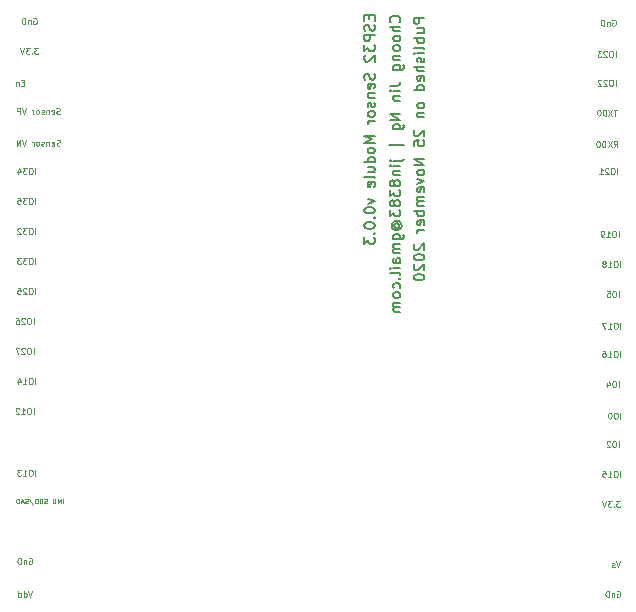
<source format=gbr>
%TF.GenerationSoftware,KiCad,Pcbnew,(5.1.7)-1*%
%TF.CreationDate,2020-11-25T11:18:57-08:00*%
%TF.ProjectId,esp32_sensor,65737033-325f-4736-956e-736f722e6b69,v0.0.3*%
%TF.SameCoordinates,Original*%
%TF.FileFunction,Legend,Bot*%
%TF.FilePolarity,Positive*%
%FSLAX46Y46*%
G04 Gerber Fmt 4.6, Leading zero omitted, Abs format (unit mm)*
G04 Created by KiCad (PCBNEW (5.1.7)-1) date 2020-11-25 11:18:57*
%MOMM*%
%LPD*%
G01*
G04 APERTURE LIST*
%ADD10C,0.140000*%
%ADD11C,0.070000*%
G04 APERTURE END LIST*
D10*
X121184142Y-76022000D02*
X120284142Y-76022000D01*
X120284142Y-76364857D01*
X120327000Y-76450571D01*
X120369857Y-76493428D01*
X120455571Y-76536285D01*
X120584142Y-76536285D01*
X120669857Y-76493428D01*
X120712714Y-76450571D01*
X120755571Y-76364857D01*
X120755571Y-76022000D01*
X120584142Y-77307714D02*
X121184142Y-77307714D01*
X120584142Y-76922000D02*
X121055571Y-76922000D01*
X121141285Y-76964857D01*
X121184142Y-77050571D01*
X121184142Y-77179142D01*
X121141285Y-77264857D01*
X121098428Y-77307714D01*
X121184142Y-77736285D02*
X120284142Y-77736285D01*
X120627000Y-77736285D02*
X120584142Y-77822000D01*
X120584142Y-77993428D01*
X120627000Y-78079142D01*
X120669857Y-78122000D01*
X120755571Y-78164857D01*
X121012714Y-78164857D01*
X121098428Y-78122000D01*
X121141285Y-78079142D01*
X121184142Y-77993428D01*
X121184142Y-77822000D01*
X121141285Y-77736285D01*
X121184142Y-78679142D02*
X121141285Y-78593428D01*
X121055571Y-78550571D01*
X120284142Y-78550571D01*
X121184142Y-79022000D02*
X120584142Y-79022000D01*
X120284142Y-79022000D02*
X120327000Y-78979142D01*
X120369857Y-79022000D01*
X120327000Y-79064857D01*
X120284142Y-79022000D01*
X120369857Y-79022000D01*
X121141285Y-79407714D02*
X121184142Y-79493428D01*
X121184142Y-79664857D01*
X121141285Y-79750571D01*
X121055571Y-79793428D01*
X121012714Y-79793428D01*
X120927000Y-79750571D01*
X120884142Y-79664857D01*
X120884142Y-79536285D01*
X120841285Y-79450571D01*
X120755571Y-79407714D01*
X120712714Y-79407714D01*
X120627000Y-79450571D01*
X120584142Y-79536285D01*
X120584142Y-79664857D01*
X120627000Y-79750571D01*
X121184142Y-80179142D02*
X120284142Y-80179142D01*
X121184142Y-80564857D02*
X120712714Y-80564857D01*
X120627000Y-80522000D01*
X120584142Y-80436285D01*
X120584142Y-80307714D01*
X120627000Y-80222000D01*
X120669857Y-80179142D01*
X121141285Y-81336285D02*
X121184142Y-81250571D01*
X121184142Y-81079142D01*
X121141285Y-80993428D01*
X121055571Y-80950571D01*
X120712714Y-80950571D01*
X120627000Y-80993428D01*
X120584142Y-81079142D01*
X120584142Y-81250571D01*
X120627000Y-81336285D01*
X120712714Y-81379142D01*
X120798428Y-81379142D01*
X120884142Y-80950571D01*
X121184142Y-82150571D02*
X120284142Y-82150571D01*
X121141285Y-82150571D02*
X121184142Y-82064857D01*
X121184142Y-81893428D01*
X121141285Y-81807714D01*
X121098428Y-81764857D01*
X121012714Y-81722000D01*
X120755571Y-81722000D01*
X120669857Y-81764857D01*
X120627000Y-81807714D01*
X120584142Y-81893428D01*
X120584142Y-82064857D01*
X120627000Y-82150571D01*
X121184142Y-83393428D02*
X121141285Y-83307714D01*
X121098428Y-83264857D01*
X121012714Y-83222000D01*
X120755571Y-83222000D01*
X120669857Y-83264857D01*
X120627000Y-83307714D01*
X120584142Y-83393428D01*
X120584142Y-83522000D01*
X120627000Y-83607714D01*
X120669857Y-83650571D01*
X120755571Y-83693428D01*
X121012714Y-83693428D01*
X121098428Y-83650571D01*
X121141285Y-83607714D01*
X121184142Y-83522000D01*
X121184142Y-83393428D01*
X120584142Y-84079142D02*
X121184142Y-84079142D01*
X120669857Y-84079142D02*
X120627000Y-84122000D01*
X120584142Y-84207714D01*
X120584142Y-84336285D01*
X120627000Y-84422000D01*
X120712714Y-84464857D01*
X121184142Y-84464857D01*
X120369857Y-85536285D02*
X120327000Y-85579142D01*
X120284142Y-85664857D01*
X120284142Y-85879142D01*
X120327000Y-85964857D01*
X120369857Y-86007714D01*
X120455571Y-86050571D01*
X120541285Y-86050571D01*
X120669857Y-86007714D01*
X121184142Y-85493428D01*
X121184142Y-86050571D01*
X120284142Y-86864857D02*
X120284142Y-86436285D01*
X120712714Y-86393428D01*
X120669857Y-86436285D01*
X120627000Y-86522000D01*
X120627000Y-86736285D01*
X120669857Y-86822000D01*
X120712714Y-86864857D01*
X120798428Y-86907714D01*
X121012714Y-86907714D01*
X121098428Y-86864857D01*
X121141285Y-86822000D01*
X121184142Y-86736285D01*
X121184142Y-86522000D01*
X121141285Y-86436285D01*
X121098428Y-86393428D01*
X121184142Y-87979142D02*
X120284142Y-87979142D01*
X121184142Y-88493428D01*
X120284142Y-88493428D01*
X121184142Y-89050571D02*
X121141285Y-88964857D01*
X121098428Y-88921999D01*
X121012714Y-88879142D01*
X120755571Y-88879142D01*
X120669857Y-88921999D01*
X120627000Y-88964857D01*
X120584142Y-89050571D01*
X120584142Y-89179142D01*
X120627000Y-89264857D01*
X120669857Y-89307714D01*
X120755571Y-89350571D01*
X121012714Y-89350571D01*
X121098428Y-89307714D01*
X121141285Y-89264857D01*
X121184142Y-89179142D01*
X121184142Y-89050571D01*
X120584142Y-89650571D02*
X121184142Y-89864857D01*
X120584142Y-90079142D01*
X121141285Y-90764857D02*
X121184142Y-90679142D01*
X121184142Y-90507714D01*
X121141285Y-90421999D01*
X121055571Y-90379142D01*
X120712714Y-90379142D01*
X120627000Y-90421999D01*
X120584142Y-90507714D01*
X120584142Y-90679142D01*
X120627000Y-90764857D01*
X120712714Y-90807714D01*
X120798428Y-90807714D01*
X120884142Y-90379142D01*
X121184142Y-91193428D02*
X120584142Y-91193428D01*
X120669857Y-91193428D02*
X120627000Y-91236285D01*
X120584142Y-91321999D01*
X120584142Y-91450571D01*
X120627000Y-91536285D01*
X120712714Y-91579142D01*
X121184142Y-91579142D01*
X120712714Y-91579142D02*
X120627000Y-91621999D01*
X120584142Y-91707714D01*
X120584142Y-91836285D01*
X120627000Y-91921999D01*
X120712714Y-91964857D01*
X121184142Y-91964857D01*
X121184142Y-92393428D02*
X120284142Y-92393428D01*
X120627000Y-92393428D02*
X120584142Y-92479142D01*
X120584142Y-92650571D01*
X120627000Y-92736285D01*
X120669857Y-92779142D01*
X120755571Y-92821999D01*
X121012714Y-92821999D01*
X121098428Y-92779142D01*
X121141285Y-92736285D01*
X121184142Y-92650571D01*
X121184142Y-92479142D01*
X121141285Y-92393428D01*
X121141285Y-93550571D02*
X121184142Y-93464857D01*
X121184142Y-93293428D01*
X121141285Y-93207714D01*
X121055571Y-93164857D01*
X120712714Y-93164857D01*
X120627000Y-93207714D01*
X120584142Y-93293428D01*
X120584142Y-93464857D01*
X120627000Y-93550571D01*
X120712714Y-93593428D01*
X120798428Y-93593428D01*
X120884142Y-93164857D01*
X121184142Y-93979142D02*
X120584142Y-93979142D01*
X120755571Y-93979142D02*
X120669857Y-94021999D01*
X120627000Y-94064857D01*
X120584142Y-94150571D01*
X120584142Y-94236285D01*
X120369857Y-95179142D02*
X120327000Y-95221999D01*
X120284142Y-95307714D01*
X120284142Y-95521999D01*
X120327000Y-95607714D01*
X120369857Y-95650571D01*
X120455571Y-95693428D01*
X120541285Y-95693428D01*
X120669857Y-95650571D01*
X121184142Y-95136285D01*
X121184142Y-95693428D01*
X120284142Y-96250571D02*
X120284142Y-96336285D01*
X120327000Y-96421999D01*
X120369857Y-96464857D01*
X120455571Y-96507714D01*
X120627000Y-96550571D01*
X120841285Y-96550571D01*
X121012714Y-96507714D01*
X121098428Y-96464857D01*
X121141285Y-96421999D01*
X121184142Y-96336285D01*
X121184142Y-96250571D01*
X121141285Y-96164857D01*
X121098428Y-96121999D01*
X121012714Y-96079142D01*
X120841285Y-96036285D01*
X120627000Y-96036285D01*
X120455571Y-96079142D01*
X120369857Y-96121999D01*
X120327000Y-96164857D01*
X120284142Y-96250571D01*
X120369857Y-96893428D02*
X120327000Y-96936285D01*
X120284142Y-97021999D01*
X120284142Y-97236285D01*
X120327000Y-97321999D01*
X120369857Y-97364857D01*
X120455571Y-97407714D01*
X120541285Y-97407714D01*
X120669857Y-97364857D01*
X121184142Y-96850571D01*
X121184142Y-97407714D01*
X120284142Y-97964857D02*
X120284142Y-98050571D01*
X120327000Y-98136285D01*
X120369857Y-98179142D01*
X120455571Y-98221999D01*
X120627000Y-98264857D01*
X120841285Y-98264857D01*
X121012714Y-98221999D01*
X121098428Y-98179142D01*
X121141285Y-98136285D01*
X121184142Y-98050571D01*
X121184142Y-97964857D01*
X121141285Y-97879142D01*
X121098428Y-97836285D01*
X121012714Y-97793428D01*
X120841285Y-97750571D01*
X120627000Y-97750571D01*
X120455571Y-97793428D01*
X120369857Y-97836285D01*
X120327000Y-97879142D01*
X120284142Y-97964857D01*
X119066428Y-76392000D02*
X119109285Y-76349142D01*
X119152142Y-76220571D01*
X119152142Y-76134857D01*
X119109285Y-76006285D01*
X119023571Y-75920571D01*
X118937857Y-75877714D01*
X118766428Y-75834857D01*
X118637857Y-75834857D01*
X118466428Y-75877714D01*
X118380714Y-75920571D01*
X118295000Y-76006285D01*
X118252142Y-76134857D01*
X118252142Y-76220571D01*
X118295000Y-76349142D01*
X118337857Y-76392000D01*
X119152142Y-76777714D02*
X118252142Y-76777714D01*
X119152142Y-77163428D02*
X118680714Y-77163428D01*
X118595000Y-77120571D01*
X118552142Y-77034857D01*
X118552142Y-76906285D01*
X118595000Y-76820571D01*
X118637857Y-76777714D01*
X119152142Y-77720571D02*
X119109285Y-77634857D01*
X119066428Y-77592000D01*
X118980714Y-77549142D01*
X118723571Y-77549142D01*
X118637857Y-77592000D01*
X118595000Y-77634857D01*
X118552142Y-77720571D01*
X118552142Y-77849142D01*
X118595000Y-77934857D01*
X118637857Y-77977714D01*
X118723571Y-78020571D01*
X118980714Y-78020571D01*
X119066428Y-77977714D01*
X119109285Y-77934857D01*
X119152142Y-77849142D01*
X119152142Y-77720571D01*
X119152142Y-78534857D02*
X119109285Y-78449142D01*
X119066428Y-78406285D01*
X118980714Y-78363428D01*
X118723571Y-78363428D01*
X118637857Y-78406285D01*
X118595000Y-78449142D01*
X118552142Y-78534857D01*
X118552142Y-78663428D01*
X118595000Y-78749142D01*
X118637857Y-78792000D01*
X118723571Y-78834857D01*
X118980714Y-78834857D01*
X119066428Y-78792000D01*
X119109285Y-78749142D01*
X119152142Y-78663428D01*
X119152142Y-78534857D01*
X118552142Y-79220571D02*
X119152142Y-79220571D01*
X118637857Y-79220571D02*
X118595000Y-79263428D01*
X118552142Y-79349142D01*
X118552142Y-79477714D01*
X118595000Y-79563428D01*
X118680714Y-79606285D01*
X119152142Y-79606285D01*
X118552142Y-80420571D02*
X119280714Y-80420571D01*
X119366428Y-80377714D01*
X119409285Y-80334857D01*
X119452142Y-80249142D01*
X119452142Y-80120571D01*
X119409285Y-80034857D01*
X119109285Y-80420571D02*
X119152142Y-80334857D01*
X119152142Y-80163428D01*
X119109285Y-80077714D01*
X119066428Y-80034857D01*
X118980714Y-79992000D01*
X118723571Y-79992000D01*
X118637857Y-80034857D01*
X118595000Y-80077714D01*
X118552142Y-80163428D01*
X118552142Y-80334857D01*
X118595000Y-80420571D01*
X118252142Y-81792000D02*
X118895000Y-81792000D01*
X119023571Y-81749142D01*
X119109285Y-81663428D01*
X119152142Y-81534857D01*
X119152142Y-81449142D01*
X119152142Y-82220571D02*
X118552142Y-82220571D01*
X118252142Y-82220571D02*
X118295000Y-82177714D01*
X118337857Y-82220571D01*
X118295000Y-82263428D01*
X118252142Y-82220571D01*
X118337857Y-82220571D01*
X118552142Y-82649142D02*
X119152142Y-82649142D01*
X118637857Y-82649142D02*
X118595000Y-82692000D01*
X118552142Y-82777714D01*
X118552142Y-82906285D01*
X118595000Y-82992000D01*
X118680714Y-83034857D01*
X119152142Y-83034857D01*
X119152142Y-84149142D02*
X118252142Y-84149142D01*
X119152142Y-84663428D01*
X118252142Y-84663428D01*
X118552142Y-85477714D02*
X119280714Y-85477714D01*
X119366428Y-85434857D01*
X119409285Y-85392000D01*
X119452142Y-85306285D01*
X119452142Y-85177714D01*
X119409285Y-85092000D01*
X119109285Y-85477714D02*
X119152142Y-85392000D01*
X119152142Y-85220571D01*
X119109285Y-85134857D01*
X119066428Y-85092000D01*
X118980714Y-85049142D01*
X118723571Y-85049142D01*
X118637857Y-85092000D01*
X118595000Y-85134857D01*
X118552142Y-85220571D01*
X118552142Y-85392000D01*
X118595000Y-85477714D01*
X119452142Y-86806285D02*
X118166428Y-86806285D01*
X118552142Y-88134857D02*
X119323571Y-88134857D01*
X119409285Y-88092000D01*
X119452142Y-88006285D01*
X119452142Y-87963428D01*
X118252142Y-88134857D02*
X118295000Y-88092000D01*
X118337857Y-88134857D01*
X118295000Y-88177714D01*
X118252142Y-88134857D01*
X118337857Y-88134857D01*
X119152142Y-88563428D02*
X118552142Y-88563428D01*
X118252142Y-88563428D02*
X118295000Y-88520571D01*
X118337857Y-88563428D01*
X118295000Y-88606285D01*
X118252142Y-88563428D01*
X118337857Y-88563428D01*
X118552142Y-88992000D02*
X119152142Y-88992000D01*
X118637857Y-88992000D02*
X118595000Y-89034857D01*
X118552142Y-89120571D01*
X118552142Y-89249142D01*
X118595000Y-89334857D01*
X118680714Y-89377714D01*
X119152142Y-89377714D01*
X118637857Y-89934857D02*
X118595000Y-89849142D01*
X118552142Y-89806285D01*
X118466428Y-89763428D01*
X118423571Y-89763428D01*
X118337857Y-89806285D01*
X118295000Y-89849142D01*
X118252142Y-89934857D01*
X118252142Y-90106285D01*
X118295000Y-90192000D01*
X118337857Y-90234857D01*
X118423571Y-90277714D01*
X118466428Y-90277714D01*
X118552142Y-90234857D01*
X118595000Y-90192000D01*
X118637857Y-90106285D01*
X118637857Y-89934857D01*
X118680714Y-89849142D01*
X118723571Y-89806285D01*
X118809285Y-89763428D01*
X118980714Y-89763428D01*
X119066428Y-89806285D01*
X119109285Y-89849142D01*
X119152142Y-89934857D01*
X119152142Y-90106285D01*
X119109285Y-90192000D01*
X119066428Y-90234857D01*
X118980714Y-90277714D01*
X118809285Y-90277714D01*
X118723571Y-90234857D01*
X118680714Y-90192000D01*
X118637857Y-90106285D01*
X118252142Y-90577714D02*
X118252142Y-91134857D01*
X118595000Y-90834857D01*
X118595000Y-90963428D01*
X118637857Y-91049142D01*
X118680714Y-91092000D01*
X118766428Y-91134857D01*
X118980714Y-91134857D01*
X119066428Y-91092000D01*
X119109285Y-91049142D01*
X119152142Y-90963428D01*
X119152142Y-90706285D01*
X119109285Y-90620571D01*
X119066428Y-90577714D01*
X118637857Y-91649142D02*
X118595000Y-91563428D01*
X118552142Y-91520571D01*
X118466428Y-91477714D01*
X118423571Y-91477714D01*
X118337857Y-91520571D01*
X118295000Y-91563428D01*
X118252142Y-91649142D01*
X118252142Y-91820571D01*
X118295000Y-91906285D01*
X118337857Y-91949142D01*
X118423571Y-91992000D01*
X118466428Y-91992000D01*
X118552142Y-91949142D01*
X118595000Y-91906285D01*
X118637857Y-91820571D01*
X118637857Y-91649142D01*
X118680714Y-91563428D01*
X118723571Y-91520571D01*
X118809285Y-91477714D01*
X118980714Y-91477714D01*
X119066428Y-91520571D01*
X119109285Y-91563428D01*
X119152142Y-91649142D01*
X119152142Y-91820571D01*
X119109285Y-91906285D01*
X119066428Y-91949142D01*
X118980714Y-91992000D01*
X118809285Y-91992000D01*
X118723571Y-91949142D01*
X118680714Y-91906285D01*
X118637857Y-91820571D01*
X118252142Y-92292000D02*
X118252142Y-92849142D01*
X118595000Y-92549142D01*
X118595000Y-92677714D01*
X118637857Y-92763428D01*
X118680714Y-92806285D01*
X118766428Y-92849142D01*
X118980714Y-92849142D01*
X119066428Y-92806285D01*
X119109285Y-92763428D01*
X119152142Y-92677714D01*
X119152142Y-92420571D01*
X119109285Y-92334857D01*
X119066428Y-92292000D01*
X118723571Y-93792000D02*
X118680714Y-93749142D01*
X118637857Y-93663428D01*
X118637857Y-93577714D01*
X118680714Y-93492000D01*
X118723571Y-93449142D01*
X118809285Y-93406285D01*
X118895000Y-93406285D01*
X118980714Y-93449142D01*
X119023571Y-93492000D01*
X119066428Y-93577714D01*
X119066428Y-93663428D01*
X119023571Y-93749142D01*
X118980714Y-93792000D01*
X118637857Y-93792000D02*
X118980714Y-93792000D01*
X119023571Y-93834857D01*
X119023571Y-93877714D01*
X118980714Y-93963428D01*
X118895000Y-94006285D01*
X118680714Y-94006285D01*
X118552142Y-93920571D01*
X118466428Y-93792000D01*
X118423571Y-93620571D01*
X118466428Y-93449142D01*
X118552142Y-93320571D01*
X118680714Y-93234857D01*
X118852142Y-93192000D01*
X119023571Y-93234857D01*
X119152142Y-93320571D01*
X119237857Y-93449142D01*
X119280714Y-93620571D01*
X119237857Y-93792000D01*
X119152142Y-93920571D01*
X118552142Y-94777714D02*
X119280714Y-94777714D01*
X119366428Y-94734857D01*
X119409285Y-94692000D01*
X119452142Y-94606285D01*
X119452142Y-94477714D01*
X119409285Y-94392000D01*
X119109285Y-94777714D02*
X119152142Y-94692000D01*
X119152142Y-94520571D01*
X119109285Y-94434857D01*
X119066428Y-94392000D01*
X118980714Y-94349142D01*
X118723571Y-94349142D01*
X118637857Y-94392000D01*
X118595000Y-94434857D01*
X118552142Y-94520571D01*
X118552142Y-94692000D01*
X118595000Y-94777714D01*
X119152142Y-95206285D02*
X118552142Y-95206285D01*
X118637857Y-95206285D02*
X118595000Y-95249142D01*
X118552142Y-95334857D01*
X118552142Y-95463428D01*
X118595000Y-95549142D01*
X118680714Y-95592000D01*
X119152142Y-95592000D01*
X118680714Y-95592000D02*
X118595000Y-95634857D01*
X118552142Y-95720571D01*
X118552142Y-95849142D01*
X118595000Y-95934857D01*
X118680714Y-95977714D01*
X119152142Y-95977714D01*
X119152142Y-96792000D02*
X118680714Y-96792000D01*
X118595000Y-96749142D01*
X118552142Y-96663428D01*
X118552142Y-96492000D01*
X118595000Y-96406285D01*
X119109285Y-96792000D02*
X119152142Y-96706285D01*
X119152142Y-96492000D01*
X119109285Y-96406285D01*
X119023571Y-96363428D01*
X118937857Y-96363428D01*
X118852142Y-96406285D01*
X118809285Y-96492000D01*
X118809285Y-96706285D01*
X118766428Y-96792000D01*
X119152142Y-97220571D02*
X118552142Y-97220571D01*
X118252142Y-97220571D02*
X118295000Y-97177714D01*
X118337857Y-97220571D01*
X118295000Y-97263428D01*
X118252142Y-97220571D01*
X118337857Y-97220571D01*
X119152142Y-97777714D02*
X119109285Y-97692000D01*
X119023571Y-97649142D01*
X118252142Y-97649142D01*
X119066428Y-98120571D02*
X119109285Y-98163428D01*
X119152142Y-98120571D01*
X119109285Y-98077714D01*
X119066428Y-98120571D01*
X119152142Y-98120571D01*
X119109285Y-98934857D02*
X119152142Y-98849142D01*
X119152142Y-98677714D01*
X119109285Y-98592000D01*
X119066428Y-98549142D01*
X118980714Y-98506285D01*
X118723571Y-98506285D01*
X118637857Y-98549142D01*
X118595000Y-98592000D01*
X118552142Y-98677714D01*
X118552142Y-98849142D01*
X118595000Y-98934857D01*
X119152142Y-99449142D02*
X119109285Y-99363428D01*
X119066428Y-99320571D01*
X118980714Y-99277714D01*
X118723571Y-99277714D01*
X118637857Y-99320571D01*
X118595000Y-99363428D01*
X118552142Y-99449142D01*
X118552142Y-99577714D01*
X118595000Y-99663428D01*
X118637857Y-99706285D01*
X118723571Y-99749142D01*
X118980714Y-99749142D01*
X119066428Y-99706285D01*
X119109285Y-99663428D01*
X119152142Y-99577714D01*
X119152142Y-99449142D01*
X119152142Y-100134857D02*
X118552142Y-100134857D01*
X118637857Y-100134857D02*
X118595000Y-100177714D01*
X118552142Y-100263428D01*
X118552142Y-100392000D01*
X118595000Y-100477714D01*
X118680714Y-100520571D01*
X119152142Y-100520571D01*
X118680714Y-100520571D02*
X118595000Y-100563428D01*
X118552142Y-100649142D01*
X118552142Y-100777714D01*
X118595000Y-100863428D01*
X118680714Y-100906285D01*
X119152142Y-100906285D01*
X116521714Y-75828142D02*
X116521714Y-76128142D01*
X116993142Y-76256714D02*
X116993142Y-75828142D01*
X116093142Y-75828142D01*
X116093142Y-76256714D01*
X116950285Y-76599571D02*
X116993142Y-76728142D01*
X116993142Y-76942428D01*
X116950285Y-77028142D01*
X116907428Y-77071000D01*
X116821714Y-77113857D01*
X116736000Y-77113857D01*
X116650285Y-77071000D01*
X116607428Y-77028142D01*
X116564571Y-76942428D01*
X116521714Y-76771000D01*
X116478857Y-76685285D01*
X116436000Y-76642428D01*
X116350285Y-76599571D01*
X116264571Y-76599571D01*
X116178857Y-76642428D01*
X116136000Y-76685285D01*
X116093142Y-76771000D01*
X116093142Y-76985285D01*
X116136000Y-77113857D01*
X116993142Y-77499571D02*
X116093142Y-77499571D01*
X116093142Y-77842428D01*
X116136000Y-77928142D01*
X116178857Y-77971000D01*
X116264571Y-78013857D01*
X116393142Y-78013857D01*
X116478857Y-77971000D01*
X116521714Y-77928142D01*
X116564571Y-77842428D01*
X116564571Y-77499571D01*
X116093142Y-78313857D02*
X116093142Y-78871000D01*
X116436000Y-78571000D01*
X116436000Y-78699571D01*
X116478857Y-78785285D01*
X116521714Y-78828142D01*
X116607428Y-78871000D01*
X116821714Y-78871000D01*
X116907428Y-78828142D01*
X116950285Y-78785285D01*
X116993142Y-78699571D01*
X116993142Y-78442428D01*
X116950285Y-78356714D01*
X116907428Y-78313857D01*
X116178857Y-79213857D02*
X116136000Y-79256714D01*
X116093142Y-79342428D01*
X116093142Y-79556714D01*
X116136000Y-79642428D01*
X116178857Y-79685285D01*
X116264571Y-79728142D01*
X116350285Y-79728142D01*
X116478857Y-79685285D01*
X116993142Y-79171000D01*
X116993142Y-79728142D01*
X116950285Y-80756714D02*
X116993142Y-80885285D01*
X116993142Y-81099571D01*
X116950285Y-81185285D01*
X116907428Y-81228142D01*
X116821714Y-81271000D01*
X116736000Y-81271000D01*
X116650285Y-81228142D01*
X116607428Y-81185285D01*
X116564571Y-81099571D01*
X116521714Y-80928142D01*
X116478857Y-80842428D01*
X116436000Y-80799571D01*
X116350285Y-80756714D01*
X116264571Y-80756714D01*
X116178857Y-80799571D01*
X116136000Y-80842428D01*
X116093142Y-80928142D01*
X116093142Y-81142428D01*
X116136000Y-81271000D01*
X116950285Y-81999571D02*
X116993142Y-81913857D01*
X116993142Y-81742428D01*
X116950285Y-81656714D01*
X116864571Y-81613857D01*
X116521714Y-81613857D01*
X116436000Y-81656714D01*
X116393142Y-81742428D01*
X116393142Y-81913857D01*
X116436000Y-81999571D01*
X116521714Y-82042428D01*
X116607428Y-82042428D01*
X116693142Y-81613857D01*
X116393142Y-82428142D02*
X116993142Y-82428142D01*
X116478857Y-82428142D02*
X116436000Y-82470999D01*
X116393142Y-82556714D01*
X116393142Y-82685285D01*
X116436000Y-82770999D01*
X116521714Y-82813857D01*
X116993142Y-82813857D01*
X116950285Y-83199571D02*
X116993142Y-83285285D01*
X116993142Y-83456714D01*
X116950285Y-83542428D01*
X116864571Y-83585285D01*
X116821714Y-83585285D01*
X116736000Y-83542428D01*
X116693142Y-83456714D01*
X116693142Y-83328142D01*
X116650285Y-83242428D01*
X116564571Y-83199571D01*
X116521714Y-83199571D01*
X116436000Y-83242428D01*
X116393142Y-83328142D01*
X116393142Y-83456714D01*
X116436000Y-83542428D01*
X116993142Y-84099571D02*
X116950285Y-84013857D01*
X116907428Y-83971000D01*
X116821714Y-83928142D01*
X116564571Y-83928142D01*
X116478857Y-83971000D01*
X116436000Y-84013857D01*
X116393142Y-84099571D01*
X116393142Y-84228142D01*
X116436000Y-84313857D01*
X116478857Y-84356714D01*
X116564571Y-84399571D01*
X116821714Y-84399571D01*
X116907428Y-84356714D01*
X116950285Y-84313857D01*
X116993142Y-84228142D01*
X116993142Y-84099571D01*
X116993142Y-84785285D02*
X116393142Y-84785285D01*
X116564571Y-84785285D02*
X116478857Y-84828142D01*
X116436000Y-84871000D01*
X116393142Y-84956714D01*
X116393142Y-85042428D01*
X116993142Y-86028142D02*
X116093142Y-86028142D01*
X116736000Y-86328142D01*
X116093142Y-86628142D01*
X116993142Y-86628142D01*
X116993142Y-87185285D02*
X116950285Y-87099571D01*
X116907428Y-87056714D01*
X116821714Y-87013857D01*
X116564571Y-87013857D01*
X116478857Y-87056714D01*
X116436000Y-87099571D01*
X116393142Y-87185285D01*
X116393142Y-87313857D01*
X116436000Y-87399571D01*
X116478857Y-87442428D01*
X116564571Y-87485285D01*
X116821714Y-87485285D01*
X116907428Y-87442428D01*
X116950285Y-87399571D01*
X116993142Y-87313857D01*
X116993142Y-87185285D01*
X116993142Y-88256714D02*
X116093142Y-88256714D01*
X116950285Y-88256714D02*
X116993142Y-88171000D01*
X116993142Y-87999571D01*
X116950285Y-87913857D01*
X116907428Y-87871000D01*
X116821714Y-87828142D01*
X116564571Y-87828142D01*
X116478857Y-87871000D01*
X116436000Y-87913857D01*
X116393142Y-87999571D01*
X116393142Y-88171000D01*
X116436000Y-88256714D01*
X116393142Y-89071000D02*
X116993142Y-89071000D01*
X116393142Y-88685285D02*
X116864571Y-88685285D01*
X116950285Y-88728142D01*
X116993142Y-88813857D01*
X116993142Y-88942428D01*
X116950285Y-89028142D01*
X116907428Y-89071000D01*
X116993142Y-89628142D02*
X116950285Y-89542428D01*
X116864571Y-89499571D01*
X116093142Y-89499571D01*
X116950285Y-90313857D02*
X116993142Y-90228142D01*
X116993142Y-90056714D01*
X116950285Y-89971000D01*
X116864571Y-89928142D01*
X116521714Y-89928142D01*
X116436000Y-89971000D01*
X116393142Y-90056714D01*
X116393142Y-90228142D01*
X116436000Y-90313857D01*
X116521714Y-90356714D01*
X116607428Y-90356714D01*
X116693142Y-89928142D01*
X116393142Y-91342428D02*
X116993142Y-91556714D01*
X116393142Y-91770999D01*
X116093142Y-92285285D02*
X116093142Y-92370999D01*
X116136000Y-92456714D01*
X116178857Y-92499571D01*
X116264571Y-92542428D01*
X116436000Y-92585285D01*
X116650285Y-92585285D01*
X116821714Y-92542428D01*
X116907428Y-92499571D01*
X116950285Y-92456714D01*
X116993142Y-92370999D01*
X116993142Y-92285285D01*
X116950285Y-92199571D01*
X116907428Y-92156714D01*
X116821714Y-92113857D01*
X116650285Y-92070999D01*
X116436000Y-92070999D01*
X116264571Y-92113857D01*
X116178857Y-92156714D01*
X116136000Y-92199571D01*
X116093142Y-92285285D01*
X116907428Y-92970999D02*
X116950285Y-93013857D01*
X116993142Y-92970999D01*
X116950285Y-92928142D01*
X116907428Y-92970999D01*
X116993142Y-92970999D01*
X116093142Y-93570999D02*
X116093142Y-93656714D01*
X116136000Y-93742428D01*
X116178857Y-93785285D01*
X116264571Y-93828142D01*
X116436000Y-93870999D01*
X116650285Y-93870999D01*
X116821714Y-93828142D01*
X116907428Y-93785285D01*
X116950285Y-93742428D01*
X116993142Y-93656714D01*
X116993142Y-93570999D01*
X116950285Y-93485285D01*
X116907428Y-93442428D01*
X116821714Y-93399571D01*
X116650285Y-93356714D01*
X116436000Y-93356714D01*
X116264571Y-93399571D01*
X116178857Y-93442428D01*
X116136000Y-93485285D01*
X116093142Y-93570999D01*
X116907428Y-94256714D02*
X116950285Y-94299571D01*
X116993142Y-94256714D01*
X116950285Y-94213857D01*
X116907428Y-94256714D01*
X116993142Y-94256714D01*
X116093142Y-94599571D02*
X116093142Y-95156714D01*
X116436000Y-94856714D01*
X116436000Y-94985285D01*
X116478857Y-95070999D01*
X116521714Y-95113857D01*
X116607428Y-95156714D01*
X116821714Y-95156714D01*
X116907428Y-95113857D01*
X116950285Y-95070999D01*
X116993142Y-94985285D01*
X116993142Y-94728142D01*
X116950285Y-94642428D01*
X116907428Y-94599571D01*
%TO.C,J_2*%
D11*
X137124238Y-76204000D02*
X137171857Y-76180190D01*
X137243285Y-76180190D01*
X137314714Y-76204000D01*
X137362333Y-76251619D01*
X137386142Y-76299238D01*
X137409952Y-76394476D01*
X137409952Y-76465904D01*
X137386142Y-76561142D01*
X137362333Y-76608761D01*
X137314714Y-76656380D01*
X137243285Y-76680190D01*
X137195666Y-76680190D01*
X137124238Y-76656380D01*
X137100428Y-76632571D01*
X137100428Y-76465904D01*
X137195666Y-76465904D01*
X136886142Y-76346857D02*
X136886142Y-76680190D01*
X136886142Y-76394476D02*
X136862333Y-76370666D01*
X136814714Y-76346857D01*
X136743285Y-76346857D01*
X136695666Y-76370666D01*
X136671857Y-76418285D01*
X136671857Y-76680190D01*
X136433761Y-76680190D02*
X136433761Y-76180190D01*
X136314714Y-76180190D01*
X136243285Y-76204000D01*
X136195666Y-76251619D01*
X136171857Y-76299238D01*
X136148047Y-76394476D01*
X136148047Y-76465904D01*
X136171857Y-76561142D01*
X136195666Y-76608761D01*
X136243285Y-76656380D01*
X136314714Y-76680190D01*
X136433761Y-76680190D01*
X137390095Y-79347190D02*
X137390095Y-78847190D01*
X137056761Y-78847190D02*
X136961523Y-78847190D01*
X136913904Y-78871000D01*
X136866285Y-78918619D01*
X136842476Y-79013857D01*
X136842476Y-79180523D01*
X136866285Y-79275761D01*
X136913904Y-79323380D01*
X136961523Y-79347190D01*
X137056761Y-79347190D01*
X137104380Y-79323380D01*
X137152000Y-79275761D01*
X137175809Y-79180523D01*
X137175809Y-79013857D01*
X137152000Y-78918619D01*
X137104380Y-78871000D01*
X137056761Y-78847190D01*
X136652000Y-78894809D02*
X136628190Y-78871000D01*
X136580571Y-78847190D01*
X136461523Y-78847190D01*
X136413904Y-78871000D01*
X136390095Y-78894809D01*
X136366285Y-78942428D01*
X136366285Y-78990047D01*
X136390095Y-79061476D01*
X136675809Y-79347190D01*
X136366285Y-79347190D01*
X136199619Y-78847190D02*
X135890095Y-78847190D01*
X136056761Y-79037666D01*
X135985333Y-79037666D01*
X135937714Y-79061476D01*
X135913904Y-79085285D01*
X135890095Y-79132904D01*
X135890095Y-79251952D01*
X135913904Y-79299571D01*
X135937714Y-79323380D01*
X135985333Y-79347190D01*
X136128190Y-79347190D01*
X136175809Y-79323380D01*
X136199619Y-79299571D01*
X137390095Y-81760190D02*
X137390095Y-81260190D01*
X137056761Y-81260190D02*
X136961523Y-81260190D01*
X136913904Y-81284000D01*
X136866285Y-81331619D01*
X136842476Y-81426857D01*
X136842476Y-81593523D01*
X136866285Y-81688761D01*
X136913904Y-81736380D01*
X136961523Y-81760190D01*
X137056761Y-81760190D01*
X137104380Y-81736380D01*
X137152000Y-81688761D01*
X137175809Y-81593523D01*
X137175809Y-81426857D01*
X137152000Y-81331619D01*
X137104380Y-81284000D01*
X137056761Y-81260190D01*
X136652000Y-81307809D02*
X136628190Y-81284000D01*
X136580571Y-81260190D01*
X136461523Y-81260190D01*
X136413904Y-81284000D01*
X136390095Y-81307809D01*
X136366285Y-81355428D01*
X136366285Y-81403047D01*
X136390095Y-81474476D01*
X136675809Y-81760190D01*
X136366285Y-81760190D01*
X136175809Y-81307809D02*
X136152000Y-81284000D01*
X136104380Y-81260190D01*
X135985333Y-81260190D01*
X135937714Y-81284000D01*
X135913904Y-81307809D01*
X135890095Y-81355428D01*
X135890095Y-81403047D01*
X135913904Y-81474476D01*
X136199619Y-81760190D01*
X135890095Y-81760190D01*
X137223428Y-86967190D02*
X137390095Y-86729095D01*
X137509142Y-86967190D02*
X137509142Y-86467190D01*
X137318666Y-86467190D01*
X137271047Y-86491000D01*
X137247238Y-86514809D01*
X137223428Y-86562428D01*
X137223428Y-86633857D01*
X137247238Y-86681476D01*
X137271047Y-86705285D01*
X137318666Y-86729095D01*
X137509142Y-86729095D01*
X137056761Y-86467190D02*
X136723428Y-86967190D01*
X136723428Y-86467190D02*
X137056761Y-86967190D01*
X136532952Y-86967190D02*
X136532952Y-86467190D01*
X136413904Y-86467190D01*
X136342476Y-86491000D01*
X136294857Y-86538619D01*
X136271047Y-86586238D01*
X136247238Y-86681476D01*
X136247238Y-86752904D01*
X136271047Y-86848142D01*
X136294857Y-86895761D01*
X136342476Y-86943380D01*
X136413904Y-86967190D01*
X136532952Y-86967190D01*
X135937714Y-86467190D02*
X135890095Y-86467190D01*
X135842476Y-86491000D01*
X135818666Y-86514809D01*
X135794857Y-86562428D01*
X135771047Y-86657666D01*
X135771047Y-86776714D01*
X135794857Y-86871952D01*
X135818666Y-86919571D01*
X135842476Y-86943380D01*
X135890095Y-86967190D01*
X135937714Y-86967190D01*
X135985333Y-86943380D01*
X136009142Y-86919571D01*
X136032952Y-86871952D01*
X136056761Y-86776714D01*
X136056761Y-86657666D01*
X136032952Y-86562428D01*
X136009142Y-86514809D01*
X135985333Y-86491000D01*
X135937714Y-86467190D01*
X137521047Y-83800190D02*
X137235333Y-83800190D01*
X137378190Y-84300190D02*
X137378190Y-83800190D01*
X137116285Y-83800190D02*
X136782952Y-84300190D01*
X136782952Y-83800190D02*
X137116285Y-84300190D01*
X136592476Y-84300190D02*
X136592476Y-83800190D01*
X136473428Y-83800190D01*
X136402000Y-83824000D01*
X136354380Y-83871619D01*
X136330571Y-83919238D01*
X136306761Y-84014476D01*
X136306761Y-84085904D01*
X136330571Y-84181142D01*
X136354380Y-84228761D01*
X136402000Y-84276380D01*
X136473428Y-84300190D01*
X136592476Y-84300190D01*
X135997238Y-83800190D02*
X135949619Y-83800190D01*
X135902000Y-83824000D01*
X135878190Y-83847809D01*
X135854380Y-83895428D01*
X135830571Y-83990666D01*
X135830571Y-84109714D01*
X135854380Y-84204952D01*
X135878190Y-84252571D01*
X135902000Y-84276380D01*
X135949619Y-84300190D01*
X135997238Y-84300190D01*
X136044857Y-84276380D01*
X136068666Y-84252571D01*
X136092476Y-84204952D01*
X136116285Y-84109714D01*
X136116285Y-83990666D01*
X136092476Y-83895428D01*
X136068666Y-83847809D01*
X136044857Y-83824000D01*
X135997238Y-83800190D01*
X137517095Y-89253190D02*
X137517095Y-88753190D01*
X137183761Y-88753190D02*
X137088523Y-88753190D01*
X137040904Y-88777000D01*
X136993285Y-88824619D01*
X136969476Y-88919857D01*
X136969476Y-89086523D01*
X136993285Y-89181761D01*
X137040904Y-89229380D01*
X137088523Y-89253190D01*
X137183761Y-89253190D01*
X137231380Y-89229380D01*
X137279000Y-89181761D01*
X137302809Y-89086523D01*
X137302809Y-88919857D01*
X137279000Y-88824619D01*
X137231380Y-88777000D01*
X137183761Y-88753190D01*
X136779000Y-88800809D02*
X136755190Y-88777000D01*
X136707571Y-88753190D01*
X136588523Y-88753190D01*
X136540904Y-88777000D01*
X136517095Y-88800809D01*
X136493285Y-88848428D01*
X136493285Y-88896047D01*
X136517095Y-88967476D01*
X136802809Y-89253190D01*
X136493285Y-89253190D01*
X136017095Y-89253190D02*
X136302809Y-89253190D01*
X136159952Y-89253190D02*
X136159952Y-88753190D01*
X136207571Y-88824619D01*
X136255190Y-88872238D01*
X136302809Y-88896047D01*
X137644095Y-94587190D02*
X137644095Y-94087190D01*
X137310761Y-94087190D02*
X137215523Y-94087190D01*
X137167904Y-94111000D01*
X137120285Y-94158619D01*
X137096476Y-94253857D01*
X137096476Y-94420523D01*
X137120285Y-94515761D01*
X137167904Y-94563380D01*
X137215523Y-94587190D01*
X137310761Y-94587190D01*
X137358380Y-94563380D01*
X137406000Y-94515761D01*
X137429809Y-94420523D01*
X137429809Y-94253857D01*
X137406000Y-94158619D01*
X137358380Y-94111000D01*
X137310761Y-94087190D01*
X136620285Y-94587190D02*
X136906000Y-94587190D01*
X136763142Y-94587190D02*
X136763142Y-94087190D01*
X136810761Y-94158619D01*
X136858380Y-94206238D01*
X136906000Y-94230047D01*
X136382190Y-94587190D02*
X136286952Y-94587190D01*
X136239333Y-94563380D01*
X136215523Y-94539571D01*
X136167904Y-94468142D01*
X136144095Y-94372904D01*
X136144095Y-94182428D01*
X136167904Y-94134809D01*
X136191714Y-94111000D01*
X136239333Y-94087190D01*
X136334571Y-94087190D01*
X136382190Y-94111000D01*
X136406000Y-94134809D01*
X136429809Y-94182428D01*
X136429809Y-94301476D01*
X136406000Y-94349095D01*
X136382190Y-94372904D01*
X136334571Y-94396714D01*
X136239333Y-94396714D01*
X136191714Y-94372904D01*
X136167904Y-94349095D01*
X136144095Y-94301476D01*
X137771095Y-97127190D02*
X137771095Y-96627190D01*
X137437761Y-96627190D02*
X137342523Y-96627190D01*
X137294904Y-96651000D01*
X137247285Y-96698619D01*
X137223476Y-96793857D01*
X137223476Y-96960523D01*
X137247285Y-97055761D01*
X137294904Y-97103380D01*
X137342523Y-97127190D01*
X137437761Y-97127190D01*
X137485380Y-97103380D01*
X137533000Y-97055761D01*
X137556809Y-96960523D01*
X137556809Y-96793857D01*
X137533000Y-96698619D01*
X137485380Y-96651000D01*
X137437761Y-96627190D01*
X136747285Y-97127190D02*
X137033000Y-97127190D01*
X136890142Y-97127190D02*
X136890142Y-96627190D01*
X136937761Y-96698619D01*
X136985380Y-96746238D01*
X137033000Y-96770047D01*
X136461571Y-96841476D02*
X136509190Y-96817666D01*
X136533000Y-96793857D01*
X136556809Y-96746238D01*
X136556809Y-96722428D01*
X136533000Y-96674809D01*
X136509190Y-96651000D01*
X136461571Y-96627190D01*
X136366333Y-96627190D01*
X136318714Y-96651000D01*
X136294904Y-96674809D01*
X136271095Y-96722428D01*
X136271095Y-96746238D01*
X136294904Y-96793857D01*
X136318714Y-96817666D01*
X136366333Y-96841476D01*
X136461571Y-96841476D01*
X136509190Y-96865285D01*
X136533000Y-96889095D01*
X136556809Y-96936714D01*
X136556809Y-97031952D01*
X136533000Y-97079571D01*
X136509190Y-97103380D01*
X136461571Y-97127190D01*
X136366333Y-97127190D01*
X136318714Y-97103380D01*
X136294904Y-97079571D01*
X136271095Y-97031952D01*
X136271095Y-96936714D01*
X136294904Y-96889095D01*
X136318714Y-96865285D01*
X136366333Y-96841476D01*
X137660000Y-99667190D02*
X137660000Y-99167190D01*
X137326666Y-99167190D02*
X137231428Y-99167190D01*
X137183809Y-99191000D01*
X137136190Y-99238619D01*
X137112380Y-99333857D01*
X137112380Y-99500523D01*
X137136190Y-99595761D01*
X137183809Y-99643380D01*
X137231428Y-99667190D01*
X137326666Y-99667190D01*
X137374285Y-99643380D01*
X137421904Y-99595761D01*
X137445714Y-99500523D01*
X137445714Y-99333857D01*
X137421904Y-99238619D01*
X137374285Y-99191000D01*
X137326666Y-99167190D01*
X136660000Y-99167190D02*
X136898095Y-99167190D01*
X136921904Y-99405285D01*
X136898095Y-99381476D01*
X136850476Y-99357666D01*
X136731428Y-99357666D01*
X136683809Y-99381476D01*
X136660000Y-99405285D01*
X136636190Y-99452904D01*
X136636190Y-99571952D01*
X136660000Y-99619571D01*
X136683809Y-99643380D01*
X136731428Y-99667190D01*
X136850476Y-99667190D01*
X136898095Y-99643380D01*
X136921904Y-99619571D01*
X137771095Y-102334190D02*
X137771095Y-101834190D01*
X137437761Y-101834190D02*
X137342523Y-101834190D01*
X137294904Y-101858000D01*
X137247285Y-101905619D01*
X137223476Y-102000857D01*
X137223476Y-102167523D01*
X137247285Y-102262761D01*
X137294904Y-102310380D01*
X137342523Y-102334190D01*
X137437761Y-102334190D01*
X137485380Y-102310380D01*
X137533000Y-102262761D01*
X137556809Y-102167523D01*
X137556809Y-102000857D01*
X137533000Y-101905619D01*
X137485380Y-101858000D01*
X137437761Y-101834190D01*
X136747285Y-102334190D02*
X137033000Y-102334190D01*
X136890142Y-102334190D02*
X136890142Y-101834190D01*
X136937761Y-101905619D01*
X136985380Y-101953238D01*
X137033000Y-101977047D01*
X136580619Y-101834190D02*
X136247285Y-101834190D01*
X136461571Y-102334190D01*
X137771095Y-104747190D02*
X137771095Y-104247190D01*
X137437761Y-104247190D02*
X137342523Y-104247190D01*
X137294904Y-104271000D01*
X137247285Y-104318619D01*
X137223476Y-104413857D01*
X137223476Y-104580523D01*
X137247285Y-104675761D01*
X137294904Y-104723380D01*
X137342523Y-104747190D01*
X137437761Y-104747190D01*
X137485380Y-104723380D01*
X137533000Y-104675761D01*
X137556809Y-104580523D01*
X137556809Y-104413857D01*
X137533000Y-104318619D01*
X137485380Y-104271000D01*
X137437761Y-104247190D01*
X136747285Y-104747190D02*
X137033000Y-104747190D01*
X136890142Y-104747190D02*
X136890142Y-104247190D01*
X136937761Y-104318619D01*
X136985380Y-104366238D01*
X137033000Y-104390047D01*
X136318714Y-104247190D02*
X136413952Y-104247190D01*
X136461571Y-104271000D01*
X136485380Y-104294809D01*
X136533000Y-104366238D01*
X136556809Y-104461476D01*
X136556809Y-104651952D01*
X136533000Y-104699571D01*
X136509190Y-104723380D01*
X136461571Y-104747190D01*
X136366333Y-104747190D01*
X136318714Y-104723380D01*
X136294904Y-104699571D01*
X136271095Y-104651952D01*
X136271095Y-104532904D01*
X136294904Y-104485285D01*
X136318714Y-104461476D01*
X136366333Y-104437666D01*
X136461571Y-104437666D01*
X136509190Y-104461476D01*
X136533000Y-104485285D01*
X136556809Y-104532904D01*
X137660000Y-107287190D02*
X137660000Y-106787190D01*
X137326666Y-106787190D02*
X137231428Y-106787190D01*
X137183809Y-106811000D01*
X137136190Y-106858619D01*
X137112380Y-106953857D01*
X137112380Y-107120523D01*
X137136190Y-107215761D01*
X137183809Y-107263380D01*
X137231428Y-107287190D01*
X137326666Y-107287190D01*
X137374285Y-107263380D01*
X137421904Y-107215761D01*
X137445714Y-107120523D01*
X137445714Y-106953857D01*
X137421904Y-106858619D01*
X137374285Y-106811000D01*
X137326666Y-106787190D01*
X136683809Y-106953857D02*
X136683809Y-107287190D01*
X136802857Y-106763380D02*
X136921904Y-107120523D01*
X136612380Y-107120523D01*
X137787000Y-109954190D02*
X137787000Y-109454190D01*
X137453666Y-109454190D02*
X137358428Y-109454190D01*
X137310809Y-109478000D01*
X137263190Y-109525619D01*
X137239380Y-109620857D01*
X137239380Y-109787523D01*
X137263190Y-109882761D01*
X137310809Y-109930380D01*
X137358428Y-109954190D01*
X137453666Y-109954190D01*
X137501285Y-109930380D01*
X137548904Y-109882761D01*
X137572714Y-109787523D01*
X137572714Y-109620857D01*
X137548904Y-109525619D01*
X137501285Y-109478000D01*
X137453666Y-109454190D01*
X136929857Y-109454190D02*
X136882238Y-109454190D01*
X136834619Y-109478000D01*
X136810809Y-109501809D01*
X136787000Y-109549428D01*
X136763190Y-109644666D01*
X136763190Y-109763714D01*
X136787000Y-109858952D01*
X136810809Y-109906571D01*
X136834619Y-109930380D01*
X136882238Y-109954190D01*
X136929857Y-109954190D01*
X136977476Y-109930380D01*
X137001285Y-109906571D01*
X137025095Y-109858952D01*
X137048904Y-109763714D01*
X137048904Y-109644666D01*
X137025095Y-109549428D01*
X137001285Y-109501809D01*
X136977476Y-109478000D01*
X136929857Y-109454190D01*
X137660000Y-112367190D02*
X137660000Y-111867190D01*
X137326666Y-111867190D02*
X137231428Y-111867190D01*
X137183809Y-111891000D01*
X137136190Y-111938619D01*
X137112380Y-112033857D01*
X137112380Y-112200523D01*
X137136190Y-112295761D01*
X137183809Y-112343380D01*
X137231428Y-112367190D01*
X137326666Y-112367190D01*
X137374285Y-112343380D01*
X137421904Y-112295761D01*
X137445714Y-112200523D01*
X137445714Y-112033857D01*
X137421904Y-111938619D01*
X137374285Y-111891000D01*
X137326666Y-111867190D01*
X136921904Y-111914809D02*
X136898095Y-111891000D01*
X136850476Y-111867190D01*
X136731428Y-111867190D01*
X136683809Y-111891000D01*
X136660000Y-111914809D01*
X136636190Y-111962428D01*
X136636190Y-112010047D01*
X136660000Y-112081476D01*
X136945714Y-112367190D01*
X136636190Y-112367190D01*
X137771095Y-114907190D02*
X137771095Y-114407190D01*
X137437761Y-114407190D02*
X137342523Y-114407190D01*
X137294904Y-114431000D01*
X137247285Y-114478619D01*
X137223476Y-114573857D01*
X137223476Y-114740523D01*
X137247285Y-114835761D01*
X137294904Y-114883380D01*
X137342523Y-114907190D01*
X137437761Y-114907190D01*
X137485380Y-114883380D01*
X137533000Y-114835761D01*
X137556809Y-114740523D01*
X137556809Y-114573857D01*
X137533000Y-114478619D01*
X137485380Y-114431000D01*
X137437761Y-114407190D01*
X136747285Y-114907190D02*
X137033000Y-114907190D01*
X136890142Y-114907190D02*
X136890142Y-114407190D01*
X136937761Y-114478619D01*
X136985380Y-114526238D01*
X137033000Y-114550047D01*
X136294904Y-114407190D02*
X136533000Y-114407190D01*
X136556809Y-114645285D01*
X136533000Y-114621476D01*
X136485380Y-114597666D01*
X136366333Y-114597666D01*
X136318714Y-114621476D01*
X136294904Y-114645285D01*
X136271095Y-114692904D01*
X136271095Y-114811952D01*
X136294904Y-114859571D01*
X136318714Y-114883380D01*
X136366333Y-114907190D01*
X136485380Y-114907190D01*
X136533000Y-114883380D01*
X136556809Y-114859571D01*
X137771095Y-116947190D02*
X137461571Y-116947190D01*
X137628238Y-117137666D01*
X137556809Y-117137666D01*
X137509190Y-117161476D01*
X137485380Y-117185285D01*
X137461571Y-117232904D01*
X137461571Y-117351952D01*
X137485380Y-117399571D01*
X137509190Y-117423380D01*
X137556809Y-117447190D01*
X137699666Y-117447190D01*
X137747285Y-117423380D01*
X137771095Y-117399571D01*
X137247285Y-117399571D02*
X137223476Y-117423380D01*
X137247285Y-117447190D01*
X137271095Y-117423380D01*
X137247285Y-117399571D01*
X137247285Y-117447190D01*
X137056809Y-116947190D02*
X136747285Y-116947190D01*
X136913952Y-117137666D01*
X136842523Y-117137666D01*
X136794904Y-117161476D01*
X136771095Y-117185285D01*
X136747285Y-117232904D01*
X136747285Y-117351952D01*
X136771095Y-117399571D01*
X136794904Y-117423380D01*
X136842523Y-117447190D01*
X136985380Y-117447190D01*
X137033000Y-117423380D01*
X137056809Y-117399571D01*
X136604428Y-116947190D02*
X136437761Y-117447190D01*
X136271095Y-116947190D01*
X137783047Y-122027190D02*
X137616380Y-122527190D01*
X137449714Y-122027190D01*
X137306857Y-122503380D02*
X137259238Y-122527190D01*
X137164000Y-122527190D01*
X137116380Y-122503380D01*
X137092571Y-122455761D01*
X137092571Y-122431952D01*
X137116380Y-122384333D01*
X137164000Y-122360523D01*
X137235428Y-122360523D01*
X137283047Y-122336714D01*
X137306857Y-122289095D01*
X137306857Y-122265285D01*
X137283047Y-122217666D01*
X137235428Y-122193857D01*
X137164000Y-122193857D01*
X137116380Y-122217666D01*
X137505238Y-124591000D02*
X137552857Y-124567190D01*
X137624285Y-124567190D01*
X137695714Y-124591000D01*
X137743333Y-124638619D01*
X137767142Y-124686238D01*
X137790952Y-124781476D01*
X137790952Y-124852904D01*
X137767142Y-124948142D01*
X137743333Y-124995761D01*
X137695714Y-125043380D01*
X137624285Y-125067190D01*
X137576666Y-125067190D01*
X137505238Y-125043380D01*
X137481428Y-125019571D01*
X137481428Y-124852904D01*
X137576666Y-124852904D01*
X137267142Y-124733857D02*
X137267142Y-125067190D01*
X137267142Y-124781476D02*
X137243333Y-124757666D01*
X137195714Y-124733857D01*
X137124285Y-124733857D01*
X137076666Y-124757666D01*
X137052857Y-124805285D01*
X137052857Y-125067190D01*
X136814761Y-125067190D02*
X136814761Y-124567190D01*
X136695714Y-124567190D01*
X136624285Y-124591000D01*
X136576666Y-124638619D01*
X136552857Y-124686238D01*
X136529047Y-124781476D01*
X136529047Y-124852904D01*
X136552857Y-124948142D01*
X136576666Y-124995761D01*
X136624285Y-125043380D01*
X136695714Y-125067190D01*
X136814761Y-125067190D01*
%TO.C,J_1*%
X88102238Y-76077000D02*
X88149857Y-76053190D01*
X88221285Y-76053190D01*
X88292714Y-76077000D01*
X88340333Y-76124619D01*
X88364142Y-76172238D01*
X88387952Y-76267476D01*
X88387952Y-76338904D01*
X88364142Y-76434142D01*
X88340333Y-76481761D01*
X88292714Y-76529380D01*
X88221285Y-76553190D01*
X88173666Y-76553190D01*
X88102238Y-76529380D01*
X88078428Y-76505571D01*
X88078428Y-76338904D01*
X88173666Y-76338904D01*
X87864142Y-76219857D02*
X87864142Y-76553190D01*
X87864142Y-76267476D02*
X87840333Y-76243666D01*
X87792714Y-76219857D01*
X87721285Y-76219857D01*
X87673666Y-76243666D01*
X87649857Y-76291285D01*
X87649857Y-76553190D01*
X87411761Y-76553190D02*
X87411761Y-76053190D01*
X87292714Y-76053190D01*
X87221285Y-76077000D01*
X87173666Y-76124619D01*
X87149857Y-76172238D01*
X87126047Y-76267476D01*
X87126047Y-76338904D01*
X87149857Y-76434142D01*
X87173666Y-76481761D01*
X87221285Y-76529380D01*
X87292714Y-76553190D01*
X87411761Y-76553190D01*
X88495095Y-78593190D02*
X88185571Y-78593190D01*
X88352238Y-78783666D01*
X88280809Y-78783666D01*
X88233190Y-78807476D01*
X88209380Y-78831285D01*
X88185571Y-78878904D01*
X88185571Y-78997952D01*
X88209380Y-79045571D01*
X88233190Y-79069380D01*
X88280809Y-79093190D01*
X88423666Y-79093190D01*
X88471285Y-79069380D01*
X88495095Y-79045571D01*
X87971285Y-79045571D02*
X87947476Y-79069380D01*
X87971285Y-79093190D01*
X87995095Y-79069380D01*
X87971285Y-79045571D01*
X87971285Y-79093190D01*
X87780809Y-78593190D02*
X87471285Y-78593190D01*
X87637952Y-78783666D01*
X87566523Y-78783666D01*
X87518904Y-78807476D01*
X87495095Y-78831285D01*
X87471285Y-78878904D01*
X87471285Y-78997952D01*
X87495095Y-79045571D01*
X87518904Y-79069380D01*
X87566523Y-79093190D01*
X87709380Y-79093190D01*
X87757000Y-79069380D01*
X87780809Y-79045571D01*
X87328428Y-78593190D02*
X87161761Y-79093190D01*
X86995095Y-78593190D01*
X87328333Y-81498285D02*
X87161666Y-81498285D01*
X87090238Y-81760190D02*
X87328333Y-81760190D01*
X87328333Y-81260190D01*
X87090238Y-81260190D01*
X86875952Y-81426857D02*
X86875952Y-81760190D01*
X86875952Y-81474476D02*
X86852142Y-81450666D01*
X86804523Y-81426857D01*
X86733095Y-81426857D01*
X86685476Y-81450666D01*
X86661666Y-81498285D01*
X86661666Y-81760190D01*
X90340428Y-84149380D02*
X90269000Y-84173190D01*
X90149952Y-84173190D01*
X90102333Y-84149380D01*
X90078523Y-84125571D01*
X90054714Y-84077952D01*
X90054714Y-84030333D01*
X90078523Y-83982714D01*
X90102333Y-83958904D01*
X90149952Y-83935095D01*
X90245190Y-83911285D01*
X90292809Y-83887476D01*
X90316619Y-83863666D01*
X90340428Y-83816047D01*
X90340428Y-83768428D01*
X90316619Y-83720809D01*
X90292809Y-83697000D01*
X90245190Y-83673190D01*
X90126142Y-83673190D01*
X90054714Y-83697000D01*
X89649952Y-84149380D02*
X89697571Y-84173190D01*
X89792809Y-84173190D01*
X89840428Y-84149380D01*
X89864238Y-84101761D01*
X89864238Y-83911285D01*
X89840428Y-83863666D01*
X89792809Y-83839857D01*
X89697571Y-83839857D01*
X89649952Y-83863666D01*
X89626142Y-83911285D01*
X89626142Y-83958904D01*
X89864238Y-84006523D01*
X89411857Y-83839857D02*
X89411857Y-84173190D01*
X89411857Y-83887476D02*
X89388047Y-83863666D01*
X89340428Y-83839857D01*
X89269000Y-83839857D01*
X89221380Y-83863666D01*
X89197571Y-83911285D01*
X89197571Y-84173190D01*
X88983285Y-84149380D02*
X88935666Y-84173190D01*
X88840428Y-84173190D01*
X88792809Y-84149380D01*
X88769000Y-84101761D01*
X88769000Y-84077952D01*
X88792809Y-84030333D01*
X88840428Y-84006523D01*
X88911857Y-84006523D01*
X88959476Y-83982714D01*
X88983285Y-83935095D01*
X88983285Y-83911285D01*
X88959476Y-83863666D01*
X88911857Y-83839857D01*
X88840428Y-83839857D01*
X88792809Y-83863666D01*
X88483285Y-84173190D02*
X88530904Y-84149380D01*
X88554714Y-84125571D01*
X88578523Y-84077952D01*
X88578523Y-83935095D01*
X88554714Y-83887476D01*
X88530904Y-83863666D01*
X88483285Y-83839857D01*
X88411857Y-83839857D01*
X88364238Y-83863666D01*
X88340428Y-83887476D01*
X88316619Y-83935095D01*
X88316619Y-84077952D01*
X88340428Y-84125571D01*
X88364238Y-84149380D01*
X88411857Y-84173190D01*
X88483285Y-84173190D01*
X88102333Y-84173190D02*
X88102333Y-83839857D01*
X88102333Y-83935095D02*
X88078523Y-83887476D01*
X88054714Y-83863666D01*
X88007095Y-83839857D01*
X87959476Y-83839857D01*
X87483285Y-83673190D02*
X87316619Y-84173190D01*
X87149952Y-83673190D01*
X86983285Y-84173190D02*
X86983285Y-83673190D01*
X86792809Y-83673190D01*
X86745190Y-83697000D01*
X86721380Y-83720809D01*
X86697571Y-83768428D01*
X86697571Y-83839857D01*
X86721380Y-83887476D01*
X86745190Y-83911285D01*
X86792809Y-83935095D01*
X86983285Y-83935095D01*
X90352333Y-86816380D02*
X90280904Y-86840190D01*
X90161857Y-86840190D01*
X90114238Y-86816380D01*
X90090428Y-86792571D01*
X90066619Y-86744952D01*
X90066619Y-86697333D01*
X90090428Y-86649714D01*
X90114238Y-86625904D01*
X90161857Y-86602095D01*
X90257095Y-86578285D01*
X90304714Y-86554476D01*
X90328523Y-86530666D01*
X90352333Y-86483047D01*
X90352333Y-86435428D01*
X90328523Y-86387809D01*
X90304714Y-86364000D01*
X90257095Y-86340190D01*
X90138047Y-86340190D01*
X90066619Y-86364000D01*
X89661857Y-86816380D02*
X89709476Y-86840190D01*
X89804714Y-86840190D01*
X89852333Y-86816380D01*
X89876142Y-86768761D01*
X89876142Y-86578285D01*
X89852333Y-86530666D01*
X89804714Y-86506857D01*
X89709476Y-86506857D01*
X89661857Y-86530666D01*
X89638047Y-86578285D01*
X89638047Y-86625904D01*
X89876142Y-86673523D01*
X89423761Y-86506857D02*
X89423761Y-86840190D01*
X89423761Y-86554476D02*
X89399952Y-86530666D01*
X89352333Y-86506857D01*
X89280904Y-86506857D01*
X89233285Y-86530666D01*
X89209476Y-86578285D01*
X89209476Y-86840190D01*
X88995190Y-86816380D02*
X88947571Y-86840190D01*
X88852333Y-86840190D01*
X88804714Y-86816380D01*
X88780904Y-86768761D01*
X88780904Y-86744952D01*
X88804714Y-86697333D01*
X88852333Y-86673523D01*
X88923761Y-86673523D01*
X88971380Y-86649714D01*
X88995190Y-86602095D01*
X88995190Y-86578285D01*
X88971380Y-86530666D01*
X88923761Y-86506857D01*
X88852333Y-86506857D01*
X88804714Y-86530666D01*
X88495190Y-86840190D02*
X88542809Y-86816380D01*
X88566619Y-86792571D01*
X88590428Y-86744952D01*
X88590428Y-86602095D01*
X88566619Y-86554476D01*
X88542809Y-86530666D01*
X88495190Y-86506857D01*
X88423761Y-86506857D01*
X88376142Y-86530666D01*
X88352333Y-86554476D01*
X88328523Y-86602095D01*
X88328523Y-86744952D01*
X88352333Y-86792571D01*
X88376142Y-86816380D01*
X88423761Y-86840190D01*
X88495190Y-86840190D01*
X88114238Y-86840190D02*
X88114238Y-86506857D01*
X88114238Y-86602095D02*
X88090428Y-86554476D01*
X88066619Y-86530666D01*
X88019000Y-86506857D01*
X87971380Y-86506857D01*
X87495190Y-86340190D02*
X87328523Y-86840190D01*
X87161857Y-86340190D01*
X86995190Y-86840190D02*
X86995190Y-86340190D01*
X86709476Y-86840190D01*
X86709476Y-86340190D01*
X88241095Y-89253190D02*
X88241095Y-88753190D01*
X87907761Y-88753190D02*
X87812523Y-88753190D01*
X87764904Y-88777000D01*
X87717285Y-88824619D01*
X87693476Y-88919857D01*
X87693476Y-89086523D01*
X87717285Y-89181761D01*
X87764904Y-89229380D01*
X87812523Y-89253190D01*
X87907761Y-89253190D01*
X87955380Y-89229380D01*
X88003000Y-89181761D01*
X88026809Y-89086523D01*
X88026809Y-88919857D01*
X88003000Y-88824619D01*
X87955380Y-88777000D01*
X87907761Y-88753190D01*
X87526809Y-88753190D02*
X87217285Y-88753190D01*
X87383952Y-88943666D01*
X87312523Y-88943666D01*
X87264904Y-88967476D01*
X87241095Y-88991285D01*
X87217285Y-89038904D01*
X87217285Y-89157952D01*
X87241095Y-89205571D01*
X87264904Y-89229380D01*
X87312523Y-89253190D01*
X87455380Y-89253190D01*
X87503000Y-89229380D01*
X87526809Y-89205571D01*
X86788714Y-88919857D02*
X86788714Y-89253190D01*
X86907761Y-88729380D02*
X87026809Y-89086523D01*
X86717285Y-89086523D01*
X88241095Y-91793190D02*
X88241095Y-91293190D01*
X87907761Y-91293190D02*
X87812523Y-91293190D01*
X87764904Y-91317000D01*
X87717285Y-91364619D01*
X87693476Y-91459857D01*
X87693476Y-91626523D01*
X87717285Y-91721761D01*
X87764904Y-91769380D01*
X87812523Y-91793190D01*
X87907761Y-91793190D01*
X87955380Y-91769380D01*
X88003000Y-91721761D01*
X88026809Y-91626523D01*
X88026809Y-91459857D01*
X88003000Y-91364619D01*
X87955380Y-91317000D01*
X87907761Y-91293190D01*
X87526809Y-91293190D02*
X87217285Y-91293190D01*
X87383952Y-91483666D01*
X87312523Y-91483666D01*
X87264904Y-91507476D01*
X87241095Y-91531285D01*
X87217285Y-91578904D01*
X87217285Y-91697952D01*
X87241095Y-91745571D01*
X87264904Y-91769380D01*
X87312523Y-91793190D01*
X87455380Y-91793190D01*
X87503000Y-91769380D01*
X87526809Y-91745571D01*
X86764904Y-91293190D02*
X87003000Y-91293190D01*
X87026809Y-91531285D01*
X87003000Y-91507476D01*
X86955380Y-91483666D01*
X86836333Y-91483666D01*
X86788714Y-91507476D01*
X86764904Y-91531285D01*
X86741095Y-91578904D01*
X86741095Y-91697952D01*
X86764904Y-91745571D01*
X86788714Y-91769380D01*
X86836333Y-91793190D01*
X86955380Y-91793190D01*
X87003000Y-91769380D01*
X87026809Y-91745571D01*
X88241095Y-94333190D02*
X88241095Y-93833190D01*
X87907761Y-93833190D02*
X87812523Y-93833190D01*
X87764904Y-93857000D01*
X87717285Y-93904619D01*
X87693476Y-93999857D01*
X87693476Y-94166523D01*
X87717285Y-94261761D01*
X87764904Y-94309380D01*
X87812523Y-94333190D01*
X87907761Y-94333190D01*
X87955380Y-94309380D01*
X88003000Y-94261761D01*
X88026809Y-94166523D01*
X88026809Y-93999857D01*
X88003000Y-93904619D01*
X87955380Y-93857000D01*
X87907761Y-93833190D01*
X87526809Y-93833190D02*
X87217285Y-93833190D01*
X87383952Y-94023666D01*
X87312523Y-94023666D01*
X87264904Y-94047476D01*
X87241095Y-94071285D01*
X87217285Y-94118904D01*
X87217285Y-94237952D01*
X87241095Y-94285571D01*
X87264904Y-94309380D01*
X87312523Y-94333190D01*
X87455380Y-94333190D01*
X87503000Y-94309380D01*
X87526809Y-94285571D01*
X87026809Y-93880809D02*
X87003000Y-93857000D01*
X86955380Y-93833190D01*
X86836333Y-93833190D01*
X86788714Y-93857000D01*
X86764904Y-93880809D01*
X86741095Y-93928428D01*
X86741095Y-93976047D01*
X86764904Y-94047476D01*
X87050619Y-94333190D01*
X86741095Y-94333190D01*
X88241095Y-99413190D02*
X88241095Y-98913190D01*
X87907761Y-98913190D02*
X87812523Y-98913190D01*
X87764904Y-98937000D01*
X87717285Y-98984619D01*
X87693476Y-99079857D01*
X87693476Y-99246523D01*
X87717285Y-99341761D01*
X87764904Y-99389380D01*
X87812523Y-99413190D01*
X87907761Y-99413190D01*
X87955380Y-99389380D01*
X88003000Y-99341761D01*
X88026809Y-99246523D01*
X88026809Y-99079857D01*
X88003000Y-98984619D01*
X87955380Y-98937000D01*
X87907761Y-98913190D01*
X87503000Y-98960809D02*
X87479190Y-98937000D01*
X87431571Y-98913190D01*
X87312523Y-98913190D01*
X87264904Y-98937000D01*
X87241095Y-98960809D01*
X87217285Y-99008428D01*
X87217285Y-99056047D01*
X87241095Y-99127476D01*
X87526809Y-99413190D01*
X87217285Y-99413190D01*
X86764904Y-98913190D02*
X87003000Y-98913190D01*
X87026809Y-99151285D01*
X87003000Y-99127476D01*
X86955380Y-99103666D01*
X86836333Y-99103666D01*
X86788714Y-99127476D01*
X86764904Y-99151285D01*
X86741095Y-99198904D01*
X86741095Y-99317952D01*
X86764904Y-99365571D01*
X86788714Y-99389380D01*
X86836333Y-99413190D01*
X86955380Y-99413190D01*
X87003000Y-99389380D01*
X87026809Y-99365571D01*
X88241095Y-114780190D02*
X88241095Y-114280190D01*
X87907761Y-114280190D02*
X87812523Y-114280190D01*
X87764904Y-114304000D01*
X87717285Y-114351619D01*
X87693476Y-114446857D01*
X87693476Y-114613523D01*
X87717285Y-114708761D01*
X87764904Y-114756380D01*
X87812523Y-114780190D01*
X87907761Y-114780190D01*
X87955380Y-114756380D01*
X88003000Y-114708761D01*
X88026809Y-114613523D01*
X88026809Y-114446857D01*
X88003000Y-114351619D01*
X87955380Y-114304000D01*
X87907761Y-114280190D01*
X87217285Y-114780190D02*
X87503000Y-114780190D01*
X87360142Y-114780190D02*
X87360142Y-114280190D01*
X87407761Y-114351619D01*
X87455380Y-114399238D01*
X87503000Y-114423047D01*
X87050619Y-114280190D02*
X86741095Y-114280190D01*
X86907761Y-114470666D01*
X86836333Y-114470666D01*
X86788714Y-114494476D01*
X86764904Y-114518285D01*
X86741095Y-114565904D01*
X86741095Y-114684952D01*
X86764904Y-114732571D01*
X86788714Y-114756380D01*
X86836333Y-114780190D01*
X86979190Y-114780190D01*
X87026809Y-114756380D01*
X87050619Y-114732571D01*
X90617428Y-117147952D02*
X90617428Y-116747952D01*
X90426952Y-117147952D02*
X90426952Y-116747952D01*
X90293619Y-117033666D01*
X90160285Y-116747952D01*
X90160285Y-117147952D01*
X89969809Y-116747952D02*
X89969809Y-117071761D01*
X89950761Y-117109857D01*
X89931714Y-117128904D01*
X89893619Y-117147952D01*
X89817428Y-117147952D01*
X89779333Y-117128904D01*
X89760285Y-117109857D01*
X89741238Y-117071761D01*
X89741238Y-116747952D01*
X89265047Y-117128904D02*
X89207904Y-117147952D01*
X89112666Y-117147952D01*
X89074571Y-117128904D01*
X89055523Y-117109857D01*
X89036476Y-117071761D01*
X89036476Y-117033666D01*
X89055523Y-116995571D01*
X89074571Y-116976523D01*
X89112666Y-116957476D01*
X89188857Y-116938428D01*
X89226952Y-116919380D01*
X89246000Y-116900333D01*
X89265047Y-116862238D01*
X89265047Y-116824142D01*
X89246000Y-116786047D01*
X89226952Y-116767000D01*
X89188857Y-116747952D01*
X89093619Y-116747952D01*
X89036476Y-116767000D01*
X88865047Y-117147952D02*
X88865047Y-116747952D01*
X88769809Y-116747952D01*
X88712666Y-116767000D01*
X88674571Y-116805095D01*
X88655523Y-116843190D01*
X88636476Y-116919380D01*
X88636476Y-116976523D01*
X88655523Y-117052714D01*
X88674571Y-117090809D01*
X88712666Y-117128904D01*
X88769809Y-117147952D01*
X88865047Y-117147952D01*
X88388857Y-116747952D02*
X88312666Y-116747952D01*
X88274571Y-116767000D01*
X88236476Y-116805095D01*
X88217428Y-116881285D01*
X88217428Y-117014619D01*
X88236476Y-117090809D01*
X88274571Y-117128904D01*
X88312666Y-117147952D01*
X88388857Y-117147952D01*
X88426952Y-117128904D01*
X88465047Y-117090809D01*
X88484095Y-117014619D01*
X88484095Y-116881285D01*
X88465047Y-116805095D01*
X88426952Y-116767000D01*
X88388857Y-116747952D01*
X87760285Y-116728904D02*
X88103142Y-117243190D01*
X87646000Y-117128904D02*
X87588857Y-117147952D01*
X87493619Y-117147952D01*
X87455523Y-117128904D01*
X87436476Y-117109857D01*
X87417428Y-117071761D01*
X87417428Y-117033666D01*
X87436476Y-116995571D01*
X87455523Y-116976523D01*
X87493619Y-116957476D01*
X87569809Y-116938428D01*
X87607904Y-116919380D01*
X87626952Y-116900333D01*
X87646000Y-116862238D01*
X87646000Y-116824142D01*
X87626952Y-116786047D01*
X87607904Y-116767000D01*
X87569809Y-116747952D01*
X87474571Y-116747952D01*
X87417428Y-116767000D01*
X87265047Y-117033666D02*
X87074571Y-117033666D01*
X87303142Y-117147952D02*
X87169809Y-116747952D01*
X87036476Y-117147952D01*
X86826952Y-116747952D02*
X86750761Y-116747952D01*
X86712666Y-116767000D01*
X86674571Y-116805095D01*
X86655523Y-116881285D01*
X86655523Y-117014619D01*
X86674571Y-117090809D01*
X86712666Y-117128904D01*
X86750761Y-117147952D01*
X86826952Y-117147952D01*
X86865047Y-117128904D01*
X86903142Y-117090809D01*
X86922190Y-117014619D01*
X86922190Y-116881285D01*
X86903142Y-116805095D01*
X86865047Y-116767000D01*
X86826952Y-116747952D01*
X87721238Y-121797000D02*
X87768857Y-121773190D01*
X87840285Y-121773190D01*
X87911714Y-121797000D01*
X87959333Y-121844619D01*
X87983142Y-121892238D01*
X88006952Y-121987476D01*
X88006952Y-122058904D01*
X87983142Y-122154142D01*
X87959333Y-122201761D01*
X87911714Y-122249380D01*
X87840285Y-122273190D01*
X87792666Y-122273190D01*
X87721238Y-122249380D01*
X87697428Y-122225571D01*
X87697428Y-122058904D01*
X87792666Y-122058904D01*
X87483142Y-121939857D02*
X87483142Y-122273190D01*
X87483142Y-121987476D02*
X87459333Y-121963666D01*
X87411714Y-121939857D01*
X87340285Y-121939857D01*
X87292666Y-121963666D01*
X87268857Y-122011285D01*
X87268857Y-122273190D01*
X87030761Y-122273190D02*
X87030761Y-121773190D01*
X86911714Y-121773190D01*
X86840285Y-121797000D01*
X86792666Y-121844619D01*
X86768857Y-121892238D01*
X86745047Y-121987476D01*
X86745047Y-122058904D01*
X86768857Y-122154142D01*
X86792666Y-122201761D01*
X86840285Y-122249380D01*
X86911714Y-122273190D01*
X87030761Y-122273190D01*
X87995047Y-124567190D02*
X87828380Y-125067190D01*
X87661714Y-124567190D01*
X87280761Y-125067190D02*
X87280761Y-124567190D01*
X87280761Y-125043380D02*
X87328380Y-125067190D01*
X87423619Y-125067190D01*
X87471238Y-125043380D01*
X87495047Y-125019571D01*
X87518857Y-124971952D01*
X87518857Y-124829095D01*
X87495047Y-124781476D01*
X87471238Y-124757666D01*
X87423619Y-124733857D01*
X87328380Y-124733857D01*
X87280761Y-124757666D01*
X86828380Y-125067190D02*
X86828380Y-124567190D01*
X86828380Y-125043380D02*
X86876000Y-125067190D01*
X86971238Y-125067190D01*
X87018857Y-125043380D01*
X87042666Y-125019571D01*
X87066476Y-124971952D01*
X87066476Y-124829095D01*
X87042666Y-124781476D01*
X87018857Y-124757666D01*
X86971238Y-124733857D01*
X86876000Y-124733857D01*
X86828380Y-124757666D01*
X88241095Y-96873190D02*
X88241095Y-96373190D01*
X87907761Y-96373190D02*
X87812523Y-96373190D01*
X87764904Y-96397000D01*
X87717285Y-96444619D01*
X87693476Y-96539857D01*
X87693476Y-96706523D01*
X87717285Y-96801761D01*
X87764904Y-96849380D01*
X87812523Y-96873190D01*
X87907761Y-96873190D01*
X87955380Y-96849380D01*
X88003000Y-96801761D01*
X88026809Y-96706523D01*
X88026809Y-96539857D01*
X88003000Y-96444619D01*
X87955380Y-96397000D01*
X87907761Y-96373190D01*
X87526809Y-96373190D02*
X87217285Y-96373190D01*
X87383952Y-96563666D01*
X87312523Y-96563666D01*
X87264904Y-96587476D01*
X87241095Y-96611285D01*
X87217285Y-96658904D01*
X87217285Y-96777952D01*
X87241095Y-96825571D01*
X87264904Y-96849380D01*
X87312523Y-96873190D01*
X87455380Y-96873190D01*
X87503000Y-96849380D01*
X87526809Y-96825571D01*
X87050619Y-96373190D02*
X86741095Y-96373190D01*
X86907761Y-96563666D01*
X86836333Y-96563666D01*
X86788714Y-96587476D01*
X86764904Y-96611285D01*
X86741095Y-96658904D01*
X86741095Y-96777952D01*
X86764904Y-96825571D01*
X86788714Y-96849380D01*
X86836333Y-96873190D01*
X86979190Y-96873190D01*
X87026809Y-96849380D01*
X87050619Y-96825571D01*
X88114095Y-101953190D02*
X88114095Y-101453190D01*
X87780761Y-101453190D02*
X87685523Y-101453190D01*
X87637904Y-101477000D01*
X87590285Y-101524619D01*
X87566476Y-101619857D01*
X87566476Y-101786523D01*
X87590285Y-101881761D01*
X87637904Y-101929380D01*
X87685523Y-101953190D01*
X87780761Y-101953190D01*
X87828380Y-101929380D01*
X87876000Y-101881761D01*
X87899809Y-101786523D01*
X87899809Y-101619857D01*
X87876000Y-101524619D01*
X87828380Y-101477000D01*
X87780761Y-101453190D01*
X87376000Y-101500809D02*
X87352190Y-101477000D01*
X87304571Y-101453190D01*
X87185523Y-101453190D01*
X87137904Y-101477000D01*
X87114095Y-101500809D01*
X87090285Y-101548428D01*
X87090285Y-101596047D01*
X87114095Y-101667476D01*
X87399809Y-101953190D01*
X87090285Y-101953190D01*
X86661714Y-101453190D02*
X86756952Y-101453190D01*
X86804571Y-101477000D01*
X86828380Y-101500809D01*
X86876000Y-101572238D01*
X86899809Y-101667476D01*
X86899809Y-101857952D01*
X86876000Y-101905571D01*
X86852190Y-101929380D01*
X86804571Y-101953190D01*
X86709333Y-101953190D01*
X86661714Y-101929380D01*
X86637904Y-101905571D01*
X86614095Y-101857952D01*
X86614095Y-101738904D01*
X86637904Y-101691285D01*
X86661714Y-101667476D01*
X86709333Y-101643666D01*
X86804571Y-101643666D01*
X86852190Y-101667476D01*
X86876000Y-101691285D01*
X86899809Y-101738904D01*
X88114095Y-104493190D02*
X88114095Y-103993190D01*
X87780761Y-103993190D02*
X87685523Y-103993190D01*
X87637904Y-104017000D01*
X87590285Y-104064619D01*
X87566476Y-104159857D01*
X87566476Y-104326523D01*
X87590285Y-104421761D01*
X87637904Y-104469380D01*
X87685523Y-104493190D01*
X87780761Y-104493190D01*
X87828380Y-104469380D01*
X87876000Y-104421761D01*
X87899809Y-104326523D01*
X87899809Y-104159857D01*
X87876000Y-104064619D01*
X87828380Y-104017000D01*
X87780761Y-103993190D01*
X87376000Y-104040809D02*
X87352190Y-104017000D01*
X87304571Y-103993190D01*
X87185523Y-103993190D01*
X87137904Y-104017000D01*
X87114095Y-104040809D01*
X87090285Y-104088428D01*
X87090285Y-104136047D01*
X87114095Y-104207476D01*
X87399809Y-104493190D01*
X87090285Y-104493190D01*
X86923619Y-103993190D02*
X86590285Y-103993190D01*
X86804571Y-104493190D01*
X88241095Y-107033190D02*
X88241095Y-106533190D01*
X87907761Y-106533190D02*
X87812523Y-106533190D01*
X87764904Y-106557000D01*
X87717285Y-106604619D01*
X87693476Y-106699857D01*
X87693476Y-106866523D01*
X87717285Y-106961761D01*
X87764904Y-107009380D01*
X87812523Y-107033190D01*
X87907761Y-107033190D01*
X87955380Y-107009380D01*
X88003000Y-106961761D01*
X88026809Y-106866523D01*
X88026809Y-106699857D01*
X88003000Y-106604619D01*
X87955380Y-106557000D01*
X87907761Y-106533190D01*
X87217285Y-107033190D02*
X87503000Y-107033190D01*
X87360142Y-107033190D02*
X87360142Y-106533190D01*
X87407761Y-106604619D01*
X87455380Y-106652238D01*
X87503000Y-106676047D01*
X86788714Y-106699857D02*
X86788714Y-107033190D01*
X86907761Y-106509380D02*
X87026809Y-106866523D01*
X86717285Y-106866523D01*
X88114095Y-109573190D02*
X88114095Y-109073190D01*
X87780761Y-109073190D02*
X87685523Y-109073190D01*
X87637904Y-109097000D01*
X87590285Y-109144619D01*
X87566476Y-109239857D01*
X87566476Y-109406523D01*
X87590285Y-109501761D01*
X87637904Y-109549380D01*
X87685523Y-109573190D01*
X87780761Y-109573190D01*
X87828380Y-109549380D01*
X87876000Y-109501761D01*
X87899809Y-109406523D01*
X87899809Y-109239857D01*
X87876000Y-109144619D01*
X87828380Y-109097000D01*
X87780761Y-109073190D01*
X87090285Y-109573190D02*
X87376000Y-109573190D01*
X87233142Y-109573190D02*
X87233142Y-109073190D01*
X87280761Y-109144619D01*
X87328380Y-109192238D01*
X87376000Y-109216047D01*
X86899809Y-109120809D02*
X86876000Y-109097000D01*
X86828380Y-109073190D01*
X86709333Y-109073190D01*
X86661714Y-109097000D01*
X86637904Y-109120809D01*
X86614095Y-109168428D01*
X86614095Y-109216047D01*
X86637904Y-109287476D01*
X86923619Y-109573190D01*
X86614095Y-109573190D01*
%TD*%
M02*

</source>
